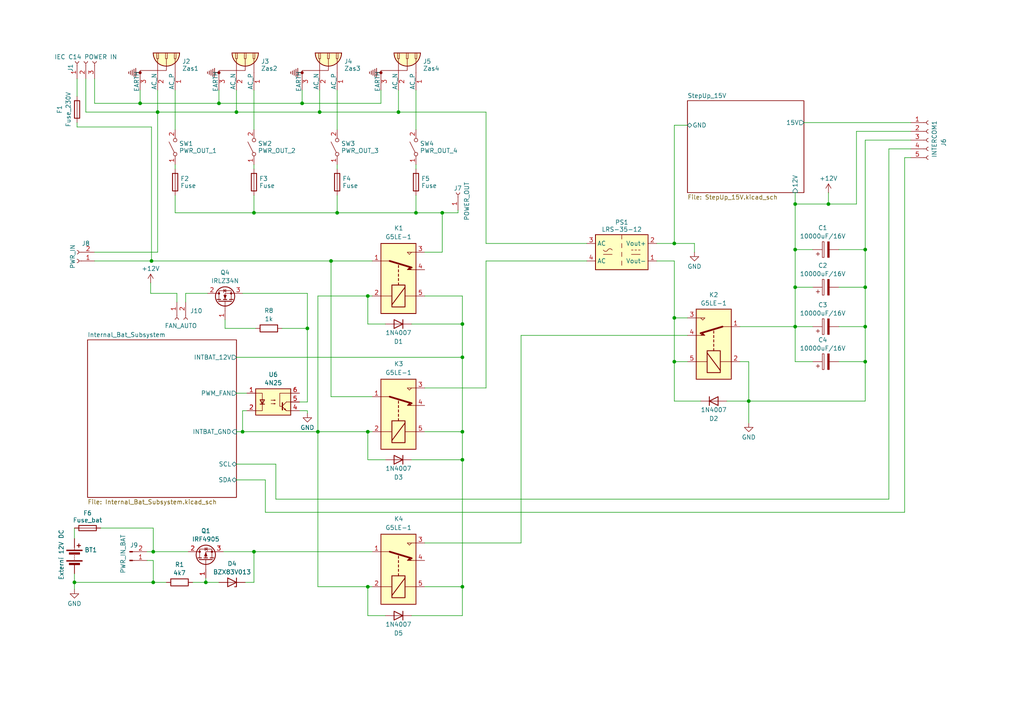
<source format=kicad_sch>
(kicad_sch (version 20231120) (generator "eeschema") (generator_version "8.0")
  (paper "A4")
  (title_block (title "Astrobox ") (date "2024-05-01") (rev "3") (comment 1 "Napajeci modul"))
  (lib_symbols
    (symbol "Connector:Conn_01x01_Socket" (pin_names (offset 1.016) hide)
      (property "Reference" "J" (at 0 2.54 0))
      (property "Value" "Conn_01x01_Socket" (at 0 -2.54 0))
      (symbol "Conn_01x01_Socket_1_1"
        (polyline (pts (xy -1.27 0) (xy -0.508 0)) (stroke (width 0.1524)))
        (arc (start 0 0.508) (mid -0.5058 0) (end 0 -0.508) (stroke (width 0.1524)))
        (pin passive line (at -5.08 0 0) (length 3.81) (name "Pin_1") (number "1"))
      )
    )
    (symbol "Connector:Conn_01x02_Pin" (pin_names (offset 1.016) hide)
      (property "Reference" "J" (at 0 2.54 0))
      (property "Value" "Conn_01x02_Pin" (at 0 -5.08 0))
      (symbol "Conn_01x02_Pin_1_1"
        (polyline (pts (xy 1.27 -2.54) (xy 0.8636 -2.54)) (stroke (width 0.1524)))
        (polyline (pts (xy 1.27 0) (xy 0.8636 0)) (stroke (width 0.1524)))
        (rectangle (start 0.8636 -2.413) (end 0 -2.667) (stroke (width 0.1524)) (fill (type outline)))
        (rectangle (start 0.8636 0.127) (end 0 -0.127) (stroke (width 0.1524)) (fill (type outline)))
        (pin passive line (at 5.08 0 180) (length 3.81) (name "Pin_1") (number "1"))
        (pin passive line (at 5.08 -2.54 180) (length 3.81) (name "Pin_2") (number "2"))
      )
    )
    (symbol "Connector:Conn_01x02_Socket" (pin_names (offset 1.016) hide)
      (property "Reference" "J" (at 0 2.54 0))
      (property "Value" "Conn_01x02_Socket" (at 0 -5.08 0))
      (symbol "Conn_01x02_Socket_1_1"
        (arc (start 0 -2.032) (mid -0.5058 -2.54) (end 0 -3.048) (stroke (width 0.1524)))
        (polyline (pts (xy -1.27 -2.54) (xy -0.508 -2.54)) (stroke (width 0.1524)))
        (polyline (pts (xy -1.27 0) (xy -0.508 0)) (stroke (width 0.1524)))
        (arc (start 0 0.508) (mid -0.5058 0) (end 0 -0.508) (stroke (width 0.1524)))
        (pin passive line (at -5.08 0 0) (length 3.81) (name "Pin_1") (number "1"))
        (pin passive line (at -5.08 -2.54 0) (length 3.81) (name "Pin_2") (number "2"))
      )
    )
    (symbol "Connector:Conn_01x03_Socket" (pin_names (offset 1.016) hide)
      (property "Reference" "J" (at 0 5.08 0))
      (property "Value" "Conn_01x03_Socket" (at 0 -5.08 0))
      (symbol "Conn_01x03_Socket_1_1"
        (arc (start 0 -2.032) (mid -0.5058 -2.54) (end 0 -3.048) (stroke (width 0.1524)))
        (polyline (pts (xy -1.27 -2.54) (xy -0.508 -2.54)) (stroke (width 0.1524)))
        (polyline (pts (xy -1.27 0) (xy -0.508 0)) (stroke (width 0.1524)))
        (polyline (pts (xy -1.27 2.54) (xy -0.508 2.54)) (stroke (width 0.1524)))
        (arc (start 0 0.508) (mid -0.5058 0) (end 0 -0.508) (stroke (width 0.1524)))
        (arc (start 0 3.048) (mid -0.5058 2.54) (end 0 2.032) (stroke (width 0.1524)))
        (pin passive line (at -5.08 2.54 0) (length 3.81) (name "Pin_1") (number "1"))
        (pin passive line (at -5.08 0 0) (length 3.81) (name "Pin_2") (number "2"))
        (pin passive line (at -5.08 -2.54 0) (length 3.81) (name "Pin_3") (number "3"))
      )
    )
    (symbol "Connector:Conn_01x05_Socket" (pin_names (offset 1.016) hide)
      (property "Reference" "J" (at 0 7.62 0))
      (property "Value" "Conn_01x05_Socket" (at 0 -7.62 0))
      (symbol "Conn_01x05_Socket_1_1"
        (arc (start 0 -4.572) (mid -0.5058 -5.08) (end 0 -5.588) (stroke (width 0.1524)))
        (arc (start 0 -2.032) (mid -0.5058 -2.54) (end 0 -3.048) (stroke (width 0.1524)))
        (polyline (pts (xy -1.27 -5.08) (xy -0.508 -5.08)) (stroke (width 0.1524)))
        (polyline (pts (xy -1.27 -2.54) (xy -0.508 -2.54)) (stroke (width 0.1524)))
        (polyline (pts (xy -1.27 0) (xy -0.508 0)) (stroke (width 0.1524)))
        (polyline (pts (xy -1.27 2.54) (xy -0.508 2.54)) (stroke (width 0.1524)))
        (polyline (pts (xy -1.27 5.08) (xy -0.508 5.08)) (stroke (width 0.1524)))
        (arc (start 0 0.508) (mid -0.5058 0) (end 0 -0.508) (stroke (width 0.1524)))
        (arc (start 0 3.048) (mid -0.5058 2.54) (end 0 2.032) (stroke (width 0.1524)))
        (arc (start 0 5.588) (mid -0.5058 5.08) (end 0 4.572) (stroke (width 0.1524)))
        (pin passive line (at -5.08 5.08 0) (length 3.81) (name "Pin_1") (number "1"))
        (pin passive line (at -5.08 2.54 0) (length 3.81) (name "Pin_2") (number "2"))
        (pin passive line (at -5.08 0 0) (length 3.81) (name "Pin_3") (number "3"))
        (pin passive line (at -5.08 -2.54 0) (length 3.81) (name "Pin_4") (number "4"))
        (pin passive line (at -5.08 -5.08 0) (length 3.81) (name "Pin_5") (number "5"))
      )
    )
    (symbol "Connector:Conn_WallSocket_Earth" (pin_names (offset 0))
      (property "Reference" "J" (at 3.81 6.985 0))
      (property "Value" "Conn_WallSocket_Earth" (at 7.62 2.54 90))
      (symbol "Conn_WallSocket_Earth_0_1"
        (circle (center 0 -5.08) (radius 0.3556) (fill (type outline)))
        (polyline (pts (xy -1.27 -6.35) (xy 1.27 -6.35)) (stroke (width 0.2032)))
        (polyline (pts (xy 0 -5.08) (xy 0 -6.35)) (stroke (width 0.2032)))
        (polyline (pts (xy 0.254 -8.382) (xy -0.254 -8.382)) (stroke (width 0.2032)))
        (polyline (pts (xy 0.508 -7.874) (xy -0.508 -7.874)) (stroke (width 0.2032)))
        (polyline (pts (xy 0.762 -7.366) (xy -0.762 -7.366)) (stroke (width 0.2032)))
        (polyline (pts (xy 1.016 -6.858) (xy -1.016 -6.858)) (stroke (width 0.2032)))
        (polyline (pts (xy 4.064 0) (xy 0 0)))
        (polyline (pts (xy 4.064 5.08) (xy 0 5.08)))
        (polyline (pts (xy 5.715 -1.27) (xy 5.715 6.35)) (stroke (width 0.254)))
        (polyline (pts (xy 0 -5.08) (xy 0.635 -5.08) (xy 0.635 2.54) (xy 4.064 2.54)))
        (rectangle (start 5.715 -0.254) (end 4.064 0.254))
        (rectangle (start 5.715 2.286) (end 4.064 2.794))
        (rectangle (start 5.715 4.826) (end 4.064 5.334))
        (arc (start 5.715 6.35) (mid 1.9216 2.54) (end 5.715 -1.27) (stroke (width 0.254)) (fill (type background)))
      )
      (symbol "Conn_WallSocket_Earth_1_1"
        (pin power_in line (at -5.08 5.08 0) (length 5.08) (name "AC_P") (number "1"))
        (pin power_in line (at -5.08 0 0) (length 5.08) (name "AC_N") (number "2"))
        (pin passive line (at -5.08 -5.08 0) (length 5.08) (name "EARTH") (number "3"))
      )
    )
    (symbol "Converter_ACDC:TMLM05103"
      (property "Reference" "PS" (at 0 6.35 0))
      (property "Value" "TMLM05103" (at 0 -6.35 0))
      (symbol "TMLM05103_0_1"
        (rectangle (start -7.62 5.08) (end 7.62 -5.08) (stroke (width 0.254)) (fill (type background)))
        (arc (start -5.334 0.635) (mid -4.699 0.2495) (end -4.064 0.635))
        (arc (start -2.794 0.635) (mid -3.429 1.0072) (end -4.064 0.635))
        (polyline (pts (xy -5.334 -0.635) (xy -2.794 -0.635)))
        (polyline (pts (xy 0 -2.54) (xy 0 -3.81)))
        (polyline (pts (xy 0 0) (xy 0 -1.27)))
        (polyline (pts (xy 0 2.54) (xy 0 1.27)))
        (polyline (pts (xy 0 5.08) (xy 0 3.81)))
        (polyline (pts (xy 2.794 -0.635) (xy 5.334 -0.635)))
        (polyline (pts (xy 2.794 0.635) (xy 3.302 0.635)))
        (polyline (pts (xy 3.81 0.635) (xy 4.318 0.635)))
        (polyline (pts (xy 4.826 0.635) (xy 5.334 0.635)))
      )
      (symbol "TMLM05103_1_1"
        (pin power_out line (at 10.16 -2.54 180) (length 2.54) (name "Vout-") (number "1"))
        (pin power_out line (at 10.16 2.54 180) (length 2.54) (name "Vout+") (number "2"))
        (pin power_in line (at -10.16 2.54 0) (length 2.54) (name "AC") (number "3"))
        (pin power_in line (at -10.16 -2.54 0) (length 2.54) (name "AC") (number "4"))
      )
    )
    (symbol "Device:Battery" (pin_numbers hide) (pin_names (offset 0) hide)
      (property "Reference" "BT" (at 2.54 2.54 0))
      (property "Value" "Battery" (at 2.54 0 0))
      (symbol "Battery_0_1"
        (rectangle (start -2.286 -1.27) (end 2.286 -1.524) (fill (type outline)))
        (rectangle (start -2.286 1.778) (end 2.286 1.524) (fill (type outline)))
        (rectangle (start -1.524 -2.032) (end 1.524 -2.54) (fill (type outline)))
        (rectangle (start -1.524 1.016) (end 1.524 0.508) (fill (type outline)))
        (polyline (pts (xy 0 -1.016) (xy 0 -0.762)))
        (polyline (pts (xy 0 -0.508) (xy 0 -0.254)))
        (polyline (pts (xy 0 0) (xy 0 0.254)))
        (polyline (pts (xy 0 1.778) (xy 0 2.54)))
        (polyline (pts (xy 0.762 3.048) (xy 1.778 3.048)) (stroke (width 0.254)))
        (polyline (pts (xy 1.27 3.556) (xy 1.27 2.54)) (stroke (width 0.254)))
      )
      (symbol "Battery_1_1"
        (pin passive line (at 0 5.08 270) (length 2.54) (name "+") (number "1"))
        (pin passive line (at 0 -5.08 90) (length 2.54) (name "-") (number "2"))
      )
    )
    (symbol "Device:C_Polarized" (pin_numbers hide) (pin_names (offset 0.254))
      (property "Reference" "C" (at 0.635 2.54 0))
      (property "Value" "C_Polarized" (at 0.635 -2.54 0))
      (symbol "C_Polarized_0_1"
        (rectangle (start -2.286 0.508) (end 2.286 1.016))
        (polyline (pts (xy -1.778 2.286) (xy -0.762 2.286)))
        (polyline (pts (xy -1.27 2.794) (xy -1.27 1.778)))
        (rectangle (start 2.286 -0.508) (end -2.286 -1.016) (fill (type outline)))
      )
      (symbol "C_Polarized_1_1"
        (pin passive line (at 0 3.81 270) (length 2.794) (name "~") (number "1"))
        (pin passive line (at 0 -3.81 90) (length 2.794) (name "~") (number "2"))
      )
    )
    (symbol "Device:D_Zener" (pin_numbers hide) (pin_names (offset 1.016) hide)
      (property "Reference" "D" (at 0 2.54 0))
      (property "Value" "D_Zener" (at 0 -2.54 0))
      (symbol "D_Zener_0_1"
        (polyline (pts (xy 1.27 0) (xy -1.27 0)))
        (polyline (pts (xy -1.27 -1.27) (xy -1.27 1.27) (xy -0.762 1.27)) (stroke (width 0.254)))
        (polyline (pts (xy 1.27 -1.27) (xy 1.27 1.27) (xy -1.27 0) (xy 1.27 -1.27)) (stroke (width 0.254)))
      )
      (symbol "D_Zener_1_1"
        (pin passive line (at -3.81 0 0) (length 2.54) (name "K") (number "1"))
        (pin passive line (at 3.81 0 180) (length 2.54) (name "A") (number "2"))
      )
    )
    (symbol "Device:Fuse" (pin_numbers hide) (pin_names (offset 0))
      (property "Reference" "F" (at 2.032 0 90))
      (property "Value" "Fuse" (at -1.905 0 90))
      (symbol "Fuse_0_1"
        (rectangle (start -0.762 -2.54) (end 0.762 2.54) (stroke (width 0.254)))
        (polyline (pts (xy 0 2.54) (xy 0 -2.54)))
      )
      (symbol "Fuse_1_1"
        (pin passive line (at 0 3.81 270) (length 1.27) (name "~") (number "1"))
        (pin passive line (at 0 -3.81 90) (length 1.27) (name "~") (number "2"))
      )
    )
    (symbol "Device:R" (pin_numbers hide) (pin_names (offset 0))
      (property "Reference" "R" (at 2.032 0 90))
      (property "Value" "R" (at 0 0 90))
      (symbol "R_0_1"
        (rectangle (start -1.016 -2.54) (end 1.016 2.54) (stroke (width 0.254)))
      )
      (symbol "R_1_1"
        (pin passive line (at 0 3.81 270) (length 1.27) (name "~") (number "1"))
        (pin passive line (at 0 -3.81 90) (length 1.27) (name "~") (number "2"))
      )
    )
    (symbol "Diode:1N4007" (pin_numbers hide) (pin_names hide)
      (property "Reference" "D" (at 0 2.54 0))
      (property "Value" "1N4007" (at 0 -2.54 0))
      (symbol "1N4007_0_1"
        (polyline (pts (xy -1.27 1.27) (xy -1.27 -1.27)) (stroke (width 0.254)))
        (polyline (pts (xy 1.27 0) (xy -1.27 0)))
        (polyline (pts (xy 1.27 1.27) (xy 1.27 -1.27) (xy -1.27 0) (xy 1.27 1.27)) (stroke (width 0.254)))
      )
      (symbol "1N4007_1_1"
        (pin passive line (at -3.81 0 0) (length 2.54) (name "K") (number "1"))
        (pin passive line (at 3.81 0 180) (length 2.54) (name "A") (number "2"))
      )
    )
    (symbol "Isolator:4N25" (pin_names (offset 1.016))
      (property "Reference" "U" (at -5.08 5.08 0))
      (property "Value" "4N25" (at 0 5.08 0))
      (symbol "4N25_0_1"
        (rectangle (start -5.08 3.81) (end 5.08 -3.81) (stroke (width 0.254)) (fill (type background)))
        (polyline (pts (xy -3.81 -0.635) (xy -2.54 -0.635)) (stroke (width 0.254)))
        (polyline (pts (xy 2.667 -1.397) (xy 3.81 -2.54)))
        (polyline (pts (xy 2.667 -1.143) (xy 3.81 0)))
        (polyline (pts (xy 3.81 -2.54) (xy 5.08 -2.54)))
        (polyline (pts (xy 3.81 0) (xy 5.08 0)))
        (polyline (pts (xy 2.667 -0.254) (xy 2.667 -2.286) (xy 2.667 -2.286)) (stroke (width 0.3556)))
        (polyline (pts (xy -5.08 -2.54) (xy -3.175 -2.54) (xy -3.175 2.54) (xy -5.08 2.54)))
        (polyline (pts (xy -3.175 -0.635) (xy -3.81 0.635) (xy -2.54 0.635) (xy -3.175 -0.635)) (stroke (width 0.254)))
        (polyline (pts (xy 3.683 -2.413) (xy 3.429 -1.905) (xy 3.175 -2.159) (xy 3.683 -2.413)))
        (polyline (pts (xy 5.08 2.54) (xy 1.905 2.54) (xy 1.905 -1.27) (xy 2.54 -1.27)))
        (polyline (pts (xy -0.635 -0.508) (xy 0.635 -0.508) (xy 0.254 -0.635) (xy 0.254 -0.381) (xy 0.635 -0.508)))
        (polyline (pts (xy -0.635 0.508) (xy 0.635 0.508) (xy 0.254 0.381) (xy 0.254 0.635) (xy 0.635 0.508)))
      )
      (symbol "4N25_1_1"
        (pin passive line (at -7.62 2.54 0) (length 2.54) (name "~") (number "1"))
        (pin passive line (at -7.62 -2.54 0) (length 2.54) (name "~") (number "2"))
        (pin no_connect line (at -5.08 0 0) (length 2.54) hide (name "NC") (number "3"))
        (pin passive line (at 7.62 -2.54 180) (length 2.54) (name "~") (number "4"))
        (pin passive line (at 7.62 0 180) (length 2.54) (name "~") (number "5"))
        (pin passive line (at 7.62 2.54 180) (length 2.54) (name "~") (number "6"))
      )
    )
    (symbol "Relay:G5LE-1"
      (property "Reference" "K" (at 11.43 3.81 0))
      (property "Value" "G5LE-1" (at 11.43 1.27 0))
      (symbol "G5LE-1_0_0"
        (polyline (pts (xy 7.62 5.08) (xy 7.62 2.54) (xy 6.985 3.175) (xy 7.62 3.81)))
      )
      (symbol "G5LE-1_0_1"
        (rectangle (start -10.16 5.08) (end 10.16 -5.08) (stroke (width 0.254)) (fill (type background)))
        (rectangle (start -8.255 1.905) (end -1.905 -1.905) (stroke (width 0.254)))
        (polyline (pts (xy -7.62 -1.905) (xy -2.54 1.905)) (stroke (width 0.254)))
        (polyline (pts (xy -5.08 -5.08) (xy -5.08 -1.905)))
        (polyline (pts (xy -5.08 5.08) (xy -5.08 1.905)))
        (polyline (pts (xy -1.905 0) (xy -1.27 0)) (stroke (width 0.254)))
        (polyline (pts (xy -0.635 0) (xy 0 0)) (stroke (width 0.254)))
        (polyline (pts (xy 0.635 0) (xy 1.27 0)) (stroke (width 0.254)))
        (polyline (pts (xy 1.905 0) (xy 2.54 0)) (stroke (width 0.254)))
        (polyline (pts (xy 3.175 0) (xy 3.81 0)) (stroke (width 0.254)))
        (polyline (pts (xy 5.08 -2.54) (xy 3.175 3.81)) (stroke (width 0.508)))
        (polyline (pts (xy 5.08 -2.54) (xy 5.08 -5.08)))
        (polyline (pts (xy 2.54 5.08) (xy 2.54 2.54) (xy 3.175 3.175) (xy 2.54 3.81)) (fill (type outline)))
      )
      (symbol "G5LE-1_1_1"
        (pin passive line (at 5.08 -7.62 90) (length 2.54) (name "~") (number "1"))
        (pin passive line (at -5.08 -7.62 90) (length 2.54) (name "~") (number "2"))
        (pin passive line (at 7.62 7.62 270) (length 2.54) (name "~") (number "3"))
        (pin passive line (at 2.54 7.62 270) (length 2.54) (name "~") (number "4"))
        (pin passive line (at -5.08 7.62 270) (length 2.54) (name "~") (number "5"))
      )
    )
    (symbol "Switch:SW_SPST" (pin_names (offset 0) hide)
      (property "Reference" "SW" (at 0 3.175 0))
      (property "Value" "SW_SPST" (at 0 -2.54 0))
      (symbol "SW_SPST_0_0"
        (circle (center -2.032 0) (radius 0.508))
        (polyline (pts (xy -1.524 0.254) (xy 1.524 1.778)))
        (circle (center 2.032 0) (radius 0.508))
      )
      (symbol "SW_SPST_1_1"
        (pin passive line (at -5.08 0 0) (length 2.54) (name "A") (number "1"))
        (pin passive line (at 5.08 0 180) (length 2.54) (name "B") (number "2"))
      )
    )
    (symbol "Transistor_FET:IRF4905" (pin_names hide)
      (property "Reference" "Q" (at 5.08 1.905 0))
      (property "Value" "IRF4905" (at 5.08 0 0))
      (symbol "IRF4905_0_1"
        (polyline (pts (xy 0.254 0) (xy -2.54 0)))
        (polyline (pts (xy 0.254 1.905) (xy 0.254 -1.905)) (stroke (width 0.254)))
        (polyline (pts (xy 0.762 -1.27) (xy 0.762 -2.286)) (stroke (width 0.254)))
        (polyline (pts (xy 0.762 0.508) (xy 0.762 -0.508)) (stroke (width 0.254)))
        (polyline (pts (xy 0.762 2.286) (xy 0.762 1.27)) (stroke (width 0.254)))
        (polyline (pts (xy 2.54 2.54) (xy 2.54 1.778)))
        (polyline (pts (xy 2.54 -2.54) (xy 2.54 0) (xy 0.762 0)))
        (polyline (pts (xy 0.762 1.778) (xy 3.302 1.778) (xy 3.302 -1.778) (xy 0.762 -1.778)))
        (polyline (pts (xy 2.286 0) (xy 1.27 0.381) (xy 1.27 -0.381) (xy 2.286 0)) (fill (type outline)))
        (polyline (pts (xy 2.794 -0.508) (xy 2.921 -0.381) (xy 3.683 -0.381) (xy 3.81 -0.254)))
        (polyline (pts (xy 3.302 -0.381) (xy 2.921 0.254) (xy 3.683 0.254) (xy 3.302 -0.381)))
        (circle (center 1.651 0) (radius 2.794) (stroke (width 0.254)))
        (circle (center 2.54 -1.778) (radius 0.254) (fill (type outline)))
        (circle (center 2.54 1.778) (radius 0.254) (fill (type outline)))
      )
      (symbol "IRF4905_1_1"
        (pin input line (at -5.08 0 0) (length 2.54) (name "G") (number "1"))
        (pin passive line (at 2.54 5.08 270) (length 2.54) (name "D") (number "2"))
        (pin passive line (at 2.54 -5.08 90) (length 2.54) (name "S") (number "3"))
      )
    )
    (symbol "Transistor_FET:IRLZ34N" (pin_names hide)
      (property "Reference" "Q" (at 5.08 1.905 0))
      (property "Value" "IRLZ34N" (at 5.08 0 0))
      (symbol "IRLZ34N_0_1"
        (polyline (pts (xy 0.254 0) (xy -2.54 0)))
        (polyline (pts (xy 0.254 1.905) (xy 0.254 -1.905)) (stroke (width 0.254)))
        (polyline (pts (xy 0.762 -1.27) (xy 0.762 -2.286)) (stroke (width 0.254)))
        (polyline (pts (xy 0.762 0.508) (xy 0.762 -0.508)) (stroke (width 0.254)))
        (polyline (pts (xy 0.762 2.286) (xy 0.762 1.27)) (stroke (width 0.254)))
        (polyline (pts (xy 2.54 2.54) (xy 2.54 1.778)))
        (polyline (pts (xy 2.54 -2.54) (xy 2.54 0) (xy 0.762 0)))
        (polyline (pts (xy 0.762 -1.778) (xy 3.302 -1.778) (xy 3.302 1.778) (xy 0.762 1.778)))
        (polyline (pts (xy 1.016 0) (xy 2.032 0.381) (xy 2.032 -0.381) (xy 1.016 0)) (fill (type outline)))
        (polyline (pts (xy 2.794 0.508) (xy 2.921 0.381) (xy 3.683 0.381) (xy 3.81 0.254)))
        (polyline (pts (xy 3.302 0.381) (xy 2.921 -0.254) (xy 3.683 -0.254) (xy 3.302 0.381)))
        (circle (center 1.651 0) (radius 2.794) (stroke (width 0.254)))
        (circle (center 2.54 -1.778) (radius 0.254) (fill (type outline)))
        (circle (center 2.54 1.778) (radius 0.254) (fill (type outline)))
      )
      (symbol "IRLZ34N_1_1"
        (pin input line (at -5.08 0 0) (length 2.54) (name "G") (number "1"))
        (pin passive line (at 2.54 5.08 270) (length 2.54) (name "D") (number "2"))
        (pin passive line (at 2.54 -5.08 90) (length 2.54) (name "S") (number "3"))
      )
    )
    (symbol "power:+12V" (power) (pin_numbers hide) (pin_names (offset 0) hide)
      (property "Value" "+12V" (at 0 3.556 0))
      (symbol "+12V_0_1"
        (polyline (pts (xy -0.762 1.27) (xy 0 2.54)))
        (polyline (pts (xy 0 0) (xy 0 2.54)))
        (polyline (pts (xy 0 2.54) (xy 0.762 1.27)))
      )
      (symbol "+12V_1_1"
        (pin power_in line (at 0 0 90) (length 0) (name "~") (number "1"))
      )
    )
    (symbol "power:GND" (power) (pin_names (offset 0))
      (property "Value" "GND" (at 0 -3.81 0))
      (symbol "GND_0_1"
        (polyline (pts (xy 0 0) (xy 0 -1.27) (xy 1.27 -1.27) (xy 0 -2.54) (xy -1.27 -1.27) (xy 0 -1.27)))
      )
      (symbol "GND_1_1"
        (pin power_in line (at 0 0 270) (length 0) hide (name "GND") (number "1"))
      )
    )
  )
  (junction (at 195.58 92.202))
  (junction (at 134.112 125.222))
  (junction (at 120.65 61.722))
  (junction (at 92.202 125.222))
  (junction (at 134.112 93.98))
  (junction (at 106.68 170.18))
  (junction (at 97.79 61.722))
  (junction (at 70.358 125.222))
  (junction (at 44.45 160.02))
  (junction (at 115.57 32.512))
  (junction (at 106.68 125.222))
  (junction (at 217.17 116.332))
  (junction (at 43.942 75.692))
  (junction (at 92.71 32.512))
  (junction (at 134.112 133.35))
  (junction (at 73.66 160.02))
  (junction (at 89.154 95.25))
  (junction (at 240.284 59.182))
  (junction (at 44.45 168.91))
  (junction (at 195.58 104.902))
  (junction (at 230.632 59.182))
  (junction (at 230.632 72.39))
  (junction (at 68.58 32.512))
  (junction (at 195.58 70.612))
  (junction (at 73.66 61.722))
  (junction (at 128.27 61.722))
  (junction (at 106.68 85.852))
  (junction (at 45.72 32.512))
  (junction (at 87.63 29.972))
  (junction (at 250.952 83.312))
  (junction (at 63.5 29.972))
  (junction (at 96.012 75.692))
  (junction (at 230.632 94.742))
  (junction (at 134.112 170.18))
  (junction (at 134.112 103.632))
  (junction (at 250.952 72.39))
  (junction (at 250.952 104.902))
  (junction (at 40.64 29.972))
  (junction (at 21.59 168.91))
  (junction (at 59.69 168.91))
  (junction (at 250.952 94.742))
  (junction (at 230.632 83.312))
  (wire (pts (xy 107.95 85.852) (xy 106.68 85.852)))
  (wire (pts (xy 68.58 32.512) (xy 92.71 32.512)))
  (wire (pts (xy 73.66 168.91) (xy 71.12 168.91)))
  (wire (pts (xy 151.13 157.48) (xy 151.13 97.282)))
  (wire (pts (xy 128.27 61.722) (xy 132.842 61.722)))
  (wire (pts (xy 22.352 22.86) (xy 22.352 27.94)))
  (wire (pts (xy 68.58 134.62) (xy 80.01 134.62)))
  (wire (pts (xy 250.952 40.64) (xy 264.16 40.64)))
  (wire (pts (xy 27.432 75.692) (xy 43.942 75.692)))
  (wire (pts (xy 63.5 26.162) (xy 63.5 29.972)))
  (wire (pts (xy 73.66 47.752) (xy 73.66 49.022)))
  (wire (pts (xy 123.19 112.522) (xy 140.97 112.522)))
  (wire (pts (xy 55.88 168.91) (xy 59.69 168.91)))
  (wire (pts (xy 53.848 87.63) (xy 53.848 85.09)))
  (wire (pts (xy 106.68 178.562) (xy 111.76 178.562)))
  (wire (pts (xy 134.112 93.98) (xy 134.112 103.632)))
  (wire (pts (xy 195.58 116.332) (xy 203.2 116.332)))
  (wire (pts (xy 70.358 125.222) (xy 92.202 125.222)))
  (wire (pts (xy 71.628 119.126) (xy 70.358 119.126)))
  (wire (pts (xy 70.358 119.126) (xy 70.358 125.222)))
  (wire (pts (xy 201.422 73.152) (xy 201.422 70.612)))
  (wire (pts (xy 59.69 168.91) (xy 63.5 168.91)))
  (wire (pts (xy 210.82 116.332) (xy 217.17 116.332)))
  (wire (pts (xy 106.68 133.35) (xy 111.76 133.35)))
  (wire (pts (xy 86.868 119.126) (xy 89.154 119.126)))
  (wire (pts (xy 42.672 160.02) (xy 44.45 160.02)))
  (wire (pts (xy 21.59 168.91) (xy 21.59 170.942)))
  (wire (pts (xy 110.49 29.972) (xy 87.63 29.972)))
  (wire (pts (xy 214.63 94.742) (xy 230.632 94.742)))
  (wire (pts (xy 230.632 59.182) (xy 240.284 59.182)))
  (wire (pts (xy 21.59 166.37) (xy 21.59 168.91)))
  (wire (pts (xy 92.202 170.18) (xy 106.68 170.18)))
  (wire (pts (xy 92.71 26.162) (xy 92.71 32.512)))
  (wire (pts (xy 50.8 61.722) (xy 50.8 56.642)))
  (wire (pts (xy 44.45 162.56) (xy 44.45 168.91)))
  (wire (pts (xy 134.112 85.852) (xy 134.112 93.98)))
  (wire (pts (xy 76.962 139.192) (xy 76.962 148.59)))
  (wire (pts (xy 120.65 61.722) (xy 97.79 61.722)))
  (wire (pts (xy 120.65 26.162) (xy 120.65 37.592)))
  (wire (pts (xy 140.97 112.522) (xy 140.97 75.692)))
  (wire (pts (xy 51.308 85.09) (xy 43.688 85.09)))
  (wire (pts (xy 134.112 133.35) (xy 134.112 170.18)))
  (wire (pts (xy 195.58 70.612) (xy 201.422 70.612)))
  (wire (pts (xy 140.97 32.512) (xy 140.97 70.612)))
  (wire (pts (xy 140.97 70.612) (xy 170.18 70.612)))
  (wire (pts (xy 87.63 26.162) (xy 87.63 29.972)))
  (wire (pts (xy 59.69 168.91) (xy 59.69 167.64)))
  (wire (pts (xy 110.49 26.162) (xy 110.49 29.972)))
  (wire (pts (xy 44.45 160.02) (xy 54.61 160.02)))
  (wire (pts (xy 106.68 125.222) (xy 106.68 133.35)))
  (wire (pts (xy 73.66 160.02) (xy 107.95 160.02)))
  (wire (pts (xy 262.382 148.59) (xy 262.382 45.72)))
  (wire (pts (xy 92.71 32.512) (xy 115.57 32.512)))
  (wire (pts (xy 64.77 160.02) (xy 73.66 160.02)))
  (wire (pts (xy 107.95 125.222) (xy 106.68 125.222)))
  (wire (pts (xy 230.632 55.88) (xy 230.632 59.182)))
  (wire (pts (xy 230.632 94.742) (xy 230.632 83.312)))
  (wire (pts (xy 43.942 36.83) (xy 43.942 75.692)))
  (wire (pts (xy 96.012 115.062) (xy 96.012 75.692)))
  (wire (pts (xy 80.01 134.62) (xy 80.01 144.78)))
  (wire (pts (xy 81.788 95.25) (xy 89.154 95.25)))
  (wire (pts (xy 243.332 104.902) (xy 250.952 104.902)))
  (wire (pts (xy 89.154 95.25) (xy 89.154 85.09)))
  (wire (pts (xy 248.412 38.1) (xy 248.412 59.182)))
  (wire (pts (xy 195.58 36.322) (xy 195.58 70.612)))
  (wire (pts (xy 106.68 85.852) (xy 92.202 85.852)))
  (wire (pts (xy 44.45 160.02) (xy 44.45 153.162)))
  (wire (pts (xy 264.16 38.1) (xy 248.412 38.1)))
  (wire (pts (xy 92.202 85.852) (xy 92.202 125.222)))
  (wire (pts (xy 68.58 125.222) (xy 70.358 125.222)))
  (wire (pts (xy 86.868 116.586) (xy 89.154 116.586)))
  (wire (pts (xy 230.632 104.902) (xy 230.632 94.742)))
  (wire (pts (xy 217.17 116.332) (xy 217.17 122.682)))
  (wire (pts (xy 73.66 56.642) (xy 73.66 61.722)))
  (wire (pts (xy 24.892 32.512) (xy 24.892 22.86)))
  (wire (pts (xy 45.72 32.512) (xy 45.72 73.152)))
  (wire (pts (xy 190.5 75.692) (xy 195.58 75.692)))
  (wire (pts (xy 128.27 73.152) (xy 128.27 61.722)))
  (wire (pts (xy 230.632 72.39) (xy 235.712 72.39)))
  (wire (pts (xy 92.202 125.222) (xy 106.68 125.222)))
  (wire (pts (xy 128.27 61.722) (xy 120.65 61.722)))
  (wire (pts (xy 243.332 83.312) (xy 250.952 83.312)))
  (wire (pts (xy 45.72 32.512) (xy 24.892 32.512)))
  (wire (pts (xy 134.112 170.18) (xy 134.112 178.562)))
  (wire (pts (xy 240.284 59.182) (xy 248.412 59.182)))
  (wire (pts (xy 250.952 40.64) (xy 250.952 72.39)))
  (wire (pts (xy 50.8 26.162) (xy 50.8 37.592)))
  (wire (pts (xy 43.942 75.692) (xy 96.012 75.692)))
  (wire (pts (xy 68.58 139.192) (xy 76.962 139.192)))
  (wire (pts (xy 27.432 29.972) (xy 27.432 22.86)))
  (wire (pts (xy 45.72 32.512) (xy 68.58 32.512)))
  (wire (pts (xy 22.352 36.83) (xy 43.942 36.83)))
  (wire (pts (xy 89.154 119.126) (xy 89.154 119.888)))
  (wire (pts (xy 73.66 26.162) (xy 73.66 37.592)))
  (wire (pts (xy 132.842 61.722) (xy 132.842 60.96)))
  (wire (pts (xy 195.58 92.202) (xy 195.58 104.902)))
  (wire (pts (xy 42.672 162.56) (xy 44.45 162.56)))
  (wire (pts (xy 230.632 83.312) (xy 230.632 72.39)))
  (wire (pts (xy 195.58 36.322) (xy 199.39 36.322)))
  (wire (pts (xy 22.352 35.56) (xy 22.352 36.83)))
  (wire (pts (xy 43.688 85.09) (xy 43.688 82.042)))
  (wire (pts (xy 250.952 104.902) (xy 250.952 94.742)))
  (wire (pts (xy 243.332 72.39) (xy 250.952 72.39)))
  (wire (pts (xy 119.38 178.562) (xy 134.112 178.562)))
  (wire (pts (xy 235.712 104.902) (xy 230.632 104.902)))
  (wire (pts (xy 257.81 144.78) (xy 257.81 43.18)))
  (wire (pts (xy 53.848 85.09) (xy 60.198 85.09)))
  (wire (pts (xy 40.64 29.972) (xy 63.5 29.972)))
  (wire (pts (xy 97.79 56.642) (xy 97.79 61.722)))
  (wire (pts (xy 262.382 45.72) (xy 264.16 45.72)))
  (wire (pts (xy 87.63 29.972) (xy 63.5 29.972)))
  (wire (pts (xy 190.5 70.612) (xy 195.58 70.612)))
  (wire (pts (xy 21.59 153.162) (xy 21.59 156.21)))
  (wire (pts (xy 123.19 85.852) (xy 134.112 85.852)))
  (wire (pts (xy 250.952 116.332) (xy 250.952 104.902)))
  (wire (pts (xy 230.632 72.39) (xy 230.632 59.182)))
  (wire (pts (xy 107.95 170.18) (xy 106.68 170.18)))
  (wire (pts (xy 68.58 103.632) (xy 134.112 103.632)))
  (wire (pts (xy 120.65 47.752) (xy 120.65 49.022)))
  (wire (pts (xy 106.68 93.98) (xy 111.76 93.98)))
  (wire (pts (xy 217.17 104.902) (xy 217.17 116.332)))
  (wire (pts (xy 140.97 75.692) (xy 170.18 75.692)))
  (wire (pts (xy 195.58 104.902) (xy 199.39 104.902)))
  (wire (pts (xy 243.332 94.742) (xy 250.952 94.742)))
  (wire (pts (xy 106.68 170.18) (xy 106.68 178.562)))
  (wire (pts (xy 123.19 125.222) (xy 134.112 125.222)))
  (wire (pts (xy 89.154 85.09) (xy 70.358 85.09)))
  (wire (pts (xy 51.308 87.63) (xy 51.308 85.09)))
  (wire (pts (xy 233.172 35.56) (xy 264.16 35.56)))
  (wire (pts (xy 123.19 157.48) (xy 151.13 157.48)))
  (wire (pts (xy 119.38 93.98) (xy 134.112 93.98)))
  (wire (pts (xy 97.79 26.162) (xy 97.79 37.592)))
  (wire (pts (xy 230.632 83.312) (xy 235.712 83.312)))
  (wire (pts (xy 45.72 26.162) (xy 45.72 32.512)))
  (wire (pts (xy 97.79 61.722) (xy 73.66 61.722)))
  (wire (pts (xy 96.012 75.692) (xy 107.95 75.692)))
  (wire (pts (xy 119.38 133.35) (xy 134.112 133.35)))
  (wire (pts (xy 89.154 116.586) (xy 89.154 95.25)))
  (wire (pts (xy 240.284 55.88) (xy 240.284 59.182)))
  (wire (pts (xy 68.58 114.046) (xy 71.628 114.046)))
  (wire (pts (xy 80.01 144.78) (xy 257.81 144.78)))
  (wire (pts (xy 29.21 153.162) (xy 44.45 153.162)))
  (wire (pts (xy 65.278 95.25) (xy 65.278 92.71)))
  (wire (pts (xy 123.19 170.18) (xy 134.112 170.18)))
  (wire (pts (xy 92.202 125.222) (xy 92.202 170.18)))
  (wire (pts (xy 73.66 160.02) (xy 73.66 168.91)))
  (wire (pts (xy 230.632 94.742) (xy 235.712 94.742)))
  (wire (pts (xy 217.17 116.332) (xy 250.952 116.332)))
  (wire (pts (xy 40.64 29.972) (xy 27.432 29.972)))
  (wire (pts (xy 195.58 92.202) (xy 199.39 92.202)))
  (wire (pts (xy 120.65 56.642) (xy 120.65 61.722)))
  (wire (pts (xy 151.13 97.282) (xy 199.39 97.282)))
  (wire (pts (xy 250.952 94.742) (xy 250.952 83.312)))
  (wire (pts (xy 50.8 47.752) (xy 50.8 49.022)))
  (wire (pts (xy 123.19 73.152) (xy 128.27 73.152)))
  (wire (pts (xy 134.112 125.222) (xy 134.112 133.35)))
  (wire (pts (xy 27.432 73.152) (xy 45.72 73.152)))
  (wire (pts (xy 74.168 95.25) (xy 65.278 95.25)))
  (wire (pts (xy 214.63 104.902) (xy 217.17 104.902)))
  (wire (pts (xy 250.952 83.312) (xy 250.952 72.39)))
  (wire (pts (xy 73.66 61.722) (xy 50.8 61.722)))
  (wire (pts (xy 195.58 104.902) (xy 195.58 116.332)))
  (wire (pts (xy 106.68 85.852) (xy 106.68 93.98)))
  (wire (pts (xy 97.79 47.752) (xy 97.79 49.022)))
  (wire (pts (xy 134.112 103.632) (xy 134.112 125.222)))
  (wire (pts (xy 107.95 115.062) (xy 96.012 115.062)))
  (wire (pts (xy 21.59 168.91) (xy 44.45 168.91)))
  (wire (pts (xy 195.58 75.692) (xy 195.58 92.202)))
  (wire (pts (xy 115.57 32.512) (xy 140.97 32.512)))
  (wire (pts (xy 257.81 43.18) (xy 264.16 43.18)))
  (wire (pts (xy 44.45 168.91) (xy 48.26 168.91)))
  (wire (pts (xy 115.57 32.512) (xy 115.57 26.162)))
  (wire (pts (xy 76.962 148.59) (xy 262.382 148.59)))
  (wire (pts (xy 68.58 26.162) (xy 68.58 32.512)))
  (wire (pts (xy 40.64 29.972) (xy 40.64 26.162)))
  (symbol (lib_id "Device:Fuse") (at 25.4 153.162 90) (unit 1) (in_bom no) (on_board no)
    (property "Reference" "F6" (at 25.4 148.82 90))
    (property "Value" "Fuse_bat" (at 25.4 150.868 90))
    (property "Footprint" "Connector_Wire:SolderWire-1sqmm_1x02_P5.4mm_D1.4mm_OD2.7mm" (effects (hide yes)))
  )
  (symbol (lib_id "Converter_ACDC:TMLM05103") (at 180.34 73.152 0) (unit 1)
    (property "Reference" "PS1" (at 180.34 64.492 0))
    (property "Value" "LRS-35-12" (at 180.34 66.54 0))
    (property "Footprint" "Connector_JST:JST_XH_B4B-XH-A_1x04_P2.50mm_Vertical" (effects (hide yes)))
    (property "Datasheet" "https://www.tracopower.com/products/tmlm.pdf" (effects (hide yes)))
  )
  (symbol (lib_id "Diode:1N4007") (at 115.57 178.562 180) (unit 1)
    (property "Reference" "D5" (at 115.57 183.642 0))
    (property "Value" "1N4007" (at 115.57 181.102 0))
    (property "Footprint" "Diode_SMD:D_SMA_Handsoldering" (effects (hide yes)))
    (property "Datasheet" "http://www.vishay.com/docs/88503/1n4001.pdf" (effects (hide yes)))
    (property "Sim.Device" "D" (effects (hide yes)))
    (property "Sim.Pins" "1=K 2=A" (effects (hide yes)))
  )
  (symbol (lib_id "Relay:G5LE-1") (at 207.01 99.822 90) (unit 1)
    (property "Reference" "K2" (at 207.01 85.5177 90))
    (property "Value" "G5LE-1" (at 207.01 87.9419 90))
    (property "Footprint" "Relay_THT:Relay_SPDT_Omron-G5LE-1" (effects (hide yes)))
    (property "Datasheet" "http://www.omron.com/ecb/products/pdf/en-g5le.pdf" (effects (hide yes)))
  )
  (symbol (lib_id "Connector:Conn_01x03_Socket") (at 24.892 17.78 90) (unit 1) (in_bom no) (on_board no)
    (property "Reference" "J1" (at 20.447 19.685 0))
    (property "Value" "IEC C14 POWER IN" (at 24.892 16.51 90))
    (property "Footprint" "Connector_Wire:SolderWire-1.5sqmm_1x03_P6mm_D1.7mm_OD3mm" (effects (hide yes)))
  )
  (symbol (lib_id "Switch:SW_SPST") (at 97.79 42.672 90) (unit 1) (in_bom no) (on_board no)
    (property "Reference" "SW3" (at 98.933 41.648 90) (effects (justify right)))
    (property "Value" "PWR_OUT_3" (at 98.933 43.696 90) (effects (justify right)))
    (property "Footprint" "Connector_Wire:SolderWire-1.5sqmm_1x02_P7.8mm_D1.7mm_OD3.9mm" (effects (hide yes)))
  )
  (symbol (lib_id "power:GND") (at 201.422 73.152 0) (unit 1)
    (property "Reference" "#PWR01" (effects (hide yes)))
    (property "Value" "GND" (at 201.422 77.2851 0))
  )
  (symbol (lib_id "Diode:1N4007") (at 207.01 116.332 0) (mirror x) (unit 1)
    (property "Reference" "D2" (at 207.01 121.412 0))
    (property "Value" "1N4007" (at 207.01 118.872 0))
    (property "Footprint" "Diode_SMD:D_SMA_Handsoldering" (effects (hide yes)))
    (property "Datasheet" "http://www.vishay.com/docs/88503/1n4001.pdf" (effects (hide yes)))
    (property "Sim.Device" "D" (effects (hide yes)))
    (property "Sim.Pins" "1=K 2=A" (effects (hide yes)))
  )
  (symbol (lib_id "power:+12V") (at 240.284 55.88 0) (unit 1)
    (property "Reference" "#PWR05" (effects (hide yes)))
    (property "Value" "+12V" (at 240.284 51.7469 0))
    (property "Description" "Power symbol creates a global label with name \"+12V\"" (effects (hide yes)))
  )
  (symbol (lib_id "Device:Fuse") (at 97.79 52.832 0) (unit 1) (in_bom no) (on_board no)
    (property "Reference" "F4" (at 99.314 51.808 0) (effects (justify left)))
    (property "Value" "Fuse" (at 99.314 53.856 0) (effects (justify left)))
    (property "Footprint" "Connector_Wire:SolderWire-1sqmm_1x02_P5.4mm_D1.4mm_OD2.7mm" (effects (hide yes)))
  )
  (symbol (lib_id "Relay:G5LE-1") (at 115.57 165.1 270) (mirror x) (unit 1)
    (property "Reference" "K4" (at 114.3 150.495 90) (effects (justify left)))
    (property "Value" "G5LE-1" (at 111.76 153.035 90) (effects (justify left)))
    (property "Footprint" "Relay_THT:Relay_SPDT_Omron-G5LE-1" (effects (hide yes)))
    (property "Datasheet" "http://www.omron.com/ecb/products/pdf/en-g5le.pdf" (effects (hide yes)))
  )
  (symbol (lib_id "Device:Fuse") (at 73.66 52.832 0) (unit 1) (in_bom no) (on_board no)
    (property "Reference" "F3" (at 75.184 51.808 0) (effects (justify left)))
    (property "Value" "Fuse" (at 75.184 53.856 0) (effects (justify left)))
    (property "Footprint" "Connector_Wire:SolderWire-1sqmm_1x02_P5.4mm_D1.4mm_OD2.7mm" (effects (hide yes)))
  )
  (symbol (lib_id "Transistor_FET:IRLZ34N") (at 65.278 87.63 90) (unit 1)
    (property "Reference" "Q4" (at 65.278 79.0405 90))
    (property "Value" "IRLZ34N" (at 65.278 81.4648 90))
    (property "Footprint" "Package_TO_SOT_THT:TO-220-3_Vertical" (effects (hide yes)))
    (property "Datasheet" "http://www.infineon.com/dgdl/irlz34npbf.pdf?fileId=5546d462533600a40153567206892720" (effects (hide yes)))
    (property "Description" "30A Id, 55V Vds, 35mOhm Rds, N-Channel HEXFET Power MOSFET, TO-220AB" (effects (hide yes)))
  )
  (symbol (lib_id "Connector:Conn_01x01_Socket") (at 132.842 55.88 90) (unit 1)
    (property "Reference" "J7" (at 131.572 54.61 90) (effects (justify right)))
    (property "Value" "POWER_OUT" (at 135.382 52.705 0) (effects (justify right)))
    (property "Footprint" "Connector_Wire:SolderWire-1.5sqmm_1x01_D1.7mm_OD3mm" (effects (hide yes)))
  )
  (symbol (lib_id "Connector:Conn_WallSocket_Earth") (at 45.72 21.082 270) (mirror x) (unit 1) (in_bom no) (on_board no)
    (property "Reference" "J2" (at 52.832 17.8145 90) (effects (justify left)))
    (property "Value" "Zas1" (at 52.832 19.8625 90) (effects (justify left)))
    (property "Footprint" "Connector_Wire:SolderWire-1.5sqmm_1x03_P6mm_D1.7mm_OD3mm" (effects (hide yes)))
  )
  (symbol (lib_id "Switch:SW_SPST") (at 120.65 42.672 90) (unit 1) (in_bom no) (on_board no)
    (property "Reference" "SW4" (at 121.793 41.648 90) (effects (justify right)))
    (property "Value" "PWR_OUT_4" (at 121.793 43.696 90) (effects (justify right)))
    (property "Footprint" "Connector_Wire:SolderWire-1.5sqmm_1x02_P7.8mm_D1.7mm_OD3.9mm" (effects (hide yes)))
  )
  (symbol (lib_id "Device:Fuse") (at 120.65 52.832 0) (unit 1) (in_bom no) (on_board no)
    (property "Reference" "F5" (at 122.174 51.808 0) (effects (justify left)))
    (property "Value" "Fuse" (at 122.174 53.856 0) (effects (justify left)))
    (property "Footprint" "Connector_Wire:SolderWire-1sqmm_1x02_P5.4mm_D1.4mm_OD2.7mm" (effects (hide yes)))
  )
  (symbol (lib_id "power:GND") (at 89.154 119.888 0) (unit 1)
    (property "Reference" "#PWR04" (effects (hide yes)))
    (property "Value" "GND" (at 89.154 124.0211 0))
  )
  (symbol (lib_id "Connector:Conn_WallSocket_Earth") (at 68.58 21.082 270) (mirror x) (unit 1) (in_bom no) (on_board no)
    (property "Reference" "J3" (at 75.692 17.8145 90) (effects (justify left)))
    (property "Value" "Zas2" (at 75.692 19.8625 90) (effects (justify left)))
    (property "Footprint" "Connector_Wire:SolderWire-1.5sqmm_1x03_P6mm_D1.7mm_OD3mm" (effects (hide yes)))
  )
  (symbol (lib_id "Connector:Conn_01x02_Socket") (at 22.352 75.692 180) (unit 1)
    (property "Reference" "J8" (at 24.892 70.612 0))
    (property "Value" "PWR_IN" (at 21.082 74.422 90))
    (property "Footprint" "Connector_Wire:SolderWire-1.5sqmm_1x02_P6mm_D1.7mm_OD3mm" (effects (hide yes)))
  )
  (symbol (lib_id "Connector:Conn_WallSocket_Earth") (at 92.71 21.082 270) (mirror x) (unit 1) (in_bom no) (on_board no)
    (property "Reference" "J4" (at 99.822 17.8145 90) (effects (justify left)))
    (property "Value" "Zas3" (at 99.822 19.8625 90) (effects (justify left)))
    (property "Footprint" "Connector_Wire:SolderWire-1.5sqmm_1x03_P6mm_D1.7mm_OD3mm" (effects (hide yes)))
  )
  (symbol (lib_id "Device:C_Polarized") (at 239.522 72.39 90) (unit 1)
    (property "Reference" "C1" (at 238.633 66.0867 90))
    (property "Value" "10000uF/16V" (at 238.633 68.5109 90))
    (property "Footprint" "Capacitor_THT:CP_Radial_D18.0mm_P7.50mm" (effects (hide yes)))
  )
  (symbol (lib_id "Device:R") (at 77.978 95.25 90) (unit 1)
    (property "Reference" "R8" (at 77.978 90.0895 90))
    (property "Value" "1k" (at 77.978 92.5138 90))
    (property "Footprint" "Resistor_SMD:R_1206_3216Metric_Pad1.30x1.75mm_HandSolder" (effects (hide yes)))
    (property "Description" "Resistor" (effects (hide yes)))
  )
  (symbol (lib_id "Relay:G5LE-1") (at 115.57 120.142 270) (mirror x) (unit 1)
    (property "Reference" "K3" (at 114.3 105.537 90) (effects (justify left)))
    (property "Value" "G5LE-1" (at 111.76 108.077 90) (effects (justify left)))
    (property "Footprint" "Relay_THT:Relay_SPDT_Omron-G5LE-1" (effects (hide yes)))
    (property "Datasheet" "http://www.omron.com/ecb/products/pdf/en-g5le.pdf" (effects (hide yes)))
  )
  (symbol (lib_id "Isolator:4N25") (at 79.248 116.586 0) (unit 1)
    (property "Reference" "U6" (at 79.248 108.6315 0))
    (property "Value" "4N25" (at 79.248 111.0558 0))
    (property "Footprint" "Package_DIP:DIP-6_W7.62mm" (effects (hide yes)))
    (property "Datasheet" "https://www.vishay.com/docs/83725/4n25.pdf" (effects (hide yes)))
    (property "Description" "DC Optocoupler Base Connected, Vce 30V, CTR 20%, Viso 2500V, DIP6" (effects (hide yes)))
  )
  (symbol (lib_id "Device:C_Polarized") (at 239.522 83.312 90) (unit 1)
    (property "Reference" "C2" (at 238.633 77.0087 90))
    (property "Value" "10000uF/16V" (at 238.633 79.4329 90))
    (property "Footprint" "Capacitor_THT:CP_Radial_D18.0mm_P7.50mm" (effects (hide yes)))
  )
  (symbol (lib_id "Diode:1N4007") (at 115.57 93.98 180) (unit 1)
    (property "Reference" "D1" (at 115.57 99.06 0))
    (property "Value" "1N4007" (at 115.57 96.52 0))
    (property "Footprint" "Diode_SMD:D_SMA_Handsoldering" (effects (hide yes)))
    (property "Datasheet" "http://www.vishay.com/docs/88503/1n4001.pdf" (effects (hide yes)))
    (property "Sim.Device" "D" (effects (hide yes)))
    (property "Sim.Pins" "1=K 2=A" (effects (hide yes)))
  )
  (symbol (lib_id "Device:C_Polarized") (at 239.522 94.742 90) (unit 1)
    (property "Reference" "C3" (at 238.633 88.4387 90))
    (property "Value" "10000uF/16V" (at 238.633 90.8629 90))
    (property "Footprint" "Capacitor_THT:CP_Radial_D18.0mm_P7.50mm" (effects (hide yes)))
  )
  (symbol (lib_id "Connector:Conn_01x05_Socket") (at 269.24 40.64 0) (unit 1)
    (property "Reference" "J6" (at 273.685 42.545 90) (effects (justify left)))
    (property "Value" "INTERCOM1" (at 271.018 45.72 90) (effects (justify left)))
    (property "Footprint" "Connector_JST:JST_XH_B5B-XH-A_1x05_P2.50mm_Vertical" (effects (hide yes)))
  )
  (symbol (lib_id "Device:Fuse") (at 22.352 31.75 180) (unit 1) (in_bom no) (on_board no)
    (property "Reference" "F1" (at 17.272 31.75 90))
    (property "Value" "Fuse_230V" (at 19.812 31.75 90))
    (property "Footprint" "Connector_Wire:SolderWire-1sqmm_1x02_P5.4mm_D1.4mm_OD2.7mm" (effects (hide yes)))
  )
  (symbol (lib_id "Device:Fuse") (at 50.8 52.832 0) (unit 1) (in_bom no) (on_board no)
    (property "Reference" "F2" (at 52.324 51.808 0) (effects (justify left)))
    (property "Value" "Fuse" (at 52.324 53.856 0) (effects (justify left)))
    (property "Footprint" "Connector_Wire:SolderWire-1sqmm_1x02_P5.4mm_D1.4mm_OD2.7mm" (effects (hide yes)))
  )
  (symbol (lib_id "power:GND") (at 217.17 122.682 0) (unit 1)
    (property "Reference" "#PWR02" (effects (hide yes)))
    (property "Value" "GND" (at 217.17 126.8151 0))
  )
  (symbol (lib_id "Transistor_FET:IRF4905") (at 59.69 162.56 90) (unit 1)
    (property "Reference" "Q1" (at 59.69 153.9707 90))
    (property "Value" "IRF4905" (at 59.69 156.3949 90))
    (property "Footprint" "Package_TO_SOT_THT:TO-220-3_Vertical" (effects (hide yes)))
    (property "Datasheet" "http://www.infineon.com/dgdl/irf4905.pdf?fileId=5546d462533600a4015355e32165197c" (effects (hide yes)))
  )
  (symbol (lib_id "Device:R") (at 52.07 168.91 90) (unit 1)
    (property "Reference" "R1" (at 52.07 163.7497 90))
    (property "Value" "4k7" (at 52.07 166.1739 90))
    (property "Footprint" "Resistor_SMD:R_1206_3216Metric_Pad1.30x1.75mm_HandSolder" (effects (hide yes)))
  )
  (symbol (lib_id "Device:D_Zener") (at 67.31 168.91 180) (unit 1)
    (property "Reference" "D4" (at 67.31 163.4957 0))
    (property "Value" "BZX83V013" (at 67.31 165.9199 0))
    (property "Footprint" "Diode_THT:D_DO-35_SOD27_P7.62mm_Horizontal" (effects (hide yes)))
  )
  (symbol (lib_id "power:+12V") (at 43.688 82.042 0) (unit 1)
    (property "Reference" "#PWR06" (effects (hide yes)))
    (property "Value" "+12V" (at 43.688 77.9089 0))
    (property "Description" "Power symbol creates a global label with name \"+12V\"" (effects (hide yes)))
  )
  (symbol (lib_id "Device:C_Polarized") (at 239.522 104.902 90) (unit 1)
    (property "Reference" "C4" (at 238.633 98.5987 90))
    (property "Value" "10000uF/16V" (at 238.633 101.0229 90))
    (property "Footprint" "Capacitor_THT:CP_Radial_D18.0mm_P7.50mm" (effects (hide yes)))
  )
  (symbol (lib_id "Relay:G5LE-1") (at 115.57 80.772 270) (mirror x) (unit 1)
    (property "Reference" "K1" (at 114.3 66.167 90) (effects (justify left)))
    (property "Value" "G5LE-1" (at 111.76 68.707 90) (effects (justify left)))
    (property "Footprint" "Relay_THT:Relay_SPDT_Omron-G5LE-1" (effects (hide yes)))
    (property "Datasheet" "http://www.omron.com/ecb/products/pdf/en-g5le.pdf" (effects (hide yes)))
  )
  (symbol (lib_id "Device:Battery") (at 21.59 161.29 0) (unit 1) (in_bom no) (on_board no)
    (property "Reference" "BT1" (at 24.511 159.5064 0) (effects (justify left)))
    (property "Value" "Externí 12V DC" (at 17.78 168.275 90) (effects (justify left)))
  )
  (symbol (lib_id "Connector:Conn_01x02_Socket") (at 51.308 92.71 90) (mirror x) (unit 1)
    (property "Reference" "J10" (at 55.118 90.17 90) (effects (justify right)))
    (property "Value" "FAN_AUTO" (at 47.752 94.488 90) (effects (justify right)))
    (property "Footprint" "Connector_JST:JST_XH_B2B-XH-A_1x02_P2.50mm_Vertical" (effects (hide yes)))
    (property "Description" "Generic connector, single row, 01x02, script generated" (effects (hide yes)))
  )
  (symbol (lib_id "power:GND") (at 21.59 170.942 0) (unit 1)
    (property "Reference" "#PWR03" (effects (hide yes)))
    (property "Value" "GND" (at 21.59 175.0751 0))
  )
  (symbol (lib_id "Switch:SW_SPST") (at 73.66 42.672 90) (unit 1) (in_bom no) (on_board no)
    (property "Reference" "SW2" (at 74.803 41.648 90) (effects (justify right)))
    (property "Value" "PWR_OUT_2" (at 74.803 43.696 90) (effects (justify right)))
    (property "Footprint" "Connector_Wire:SolderWire-1.5sqmm_1x02_P7.8mm_D1.7mm_OD3.9mm" (effects (hide yes)))
  )
  (symbol (lib_id "Diode:1N4007") (at 115.57 133.35 180) (unit 1)
    (property "Reference" "D3" (at 115.57 138.43 0))
    (property "Value" "1N4007" (at 115.57 135.89 0))
    (property "Footprint" "Diode_SMD:D_SMA_Handsoldering" (effects (hide yes)))
    (property "Datasheet" "http://www.vishay.com/docs/88503/1n4001.pdf" (effects (hide yes)))
    (property "Sim.Device" "D" (effects (hide yes)))
    (property "Sim.Pins" "1=K 2=A" (effects (hide yes)))
  )
  (symbol (lib_id "Connector:Conn_WallSocket_Earth") (at 115.57 21.082 270) (mirror x) (unit 1) (in_bom no) (on_board no)
    (property "Reference" "J5" (at 122.682 17.8145 90) (effects (justify left)))
    (property "Value" "Zas4" (at 122.682 19.8625 90) (effects (justify left)))
    (property "Footprint" "Connector_Wire:SolderWire-1.5sqmm_1x03_P6mm_D1.7mm_OD3mm" (effects (hide yes)))
  )
  (symbol (lib_id "Switch:SW_SPST") (at 50.8 42.672 90) (unit 1) (in_bom no) (on_board no)
    (property "Reference" "SW1" (at 51.943 41.648 90) (effects (justify right)))
    (property "Value" "PWR_OUT_1" (at 51.943 43.696 90) (effects (justify right)))
    (property "Footprint" "Connector_Wire:SolderWire-1.5sqmm_1x02_P7.8mm_D1.7mm_OD3.9mm" (effects (hide yes)))
  )
  (symbol (lib_id "Connector:Conn_01x02_Pin") (at 37.592 162.56 0) (mirror x) (unit 1)
    (property "Reference" "J9" (at 38.862 158.115 0))
    (property "Value" "PWR_IN_BAT" (at 35.687 160.655 90))
    (property "Footprint" "Connector_Wire:SolderWire-1.5sqmm_1x02_P6mm_D1.7mm_OD3mm" (effects (hide yes)))
  )
  (sheet (at 199.39 29.21) (size 33.782 26.67) (stroke (width 0.1524))
    (property "Sheetname" "StepUp_15V" (at 199.39 28.4984 0) (effects (justify left bottom)))
    (property "Sheetfile" "StepUp_15V.kicad_sch" (at 199.39 56.4646 0) (effects (justify left top)))
    (pin "12V" input (at 230.632 55.88 270))
    (pin "GND" bidirectional (at 199.39 36.322 180))
    (pin "15V" output (at 233.172 35.56 0))
  )
  (sheet (at 25.4 98.552) (size 43.18 45.72) (stroke (width 0.1524))
    (property "Sheetname" "Internal_Bat_Subsystem" (at 25.4 97.8404 0) (effects (justify left bottom)))
    (property "Sheetfile" "Internal_Bat_Subsystem.kicad_sch" (at 25.4 144.8566 0) (effects (justify left top)))
    (pin "SDA" bidirectional (at 68.58 139.192 0))
    (pin "SCL" bidirectional (at 68.58 134.62 0))
    (pin "INTBAT_12V" output (at 68.58 103.632 0))
    (pin "INTBAT_GND" input (at 68.58 125.222 0))
    (pin "PWM_FAN" output (at 68.58 114.046 0))
  )
)
</source>
